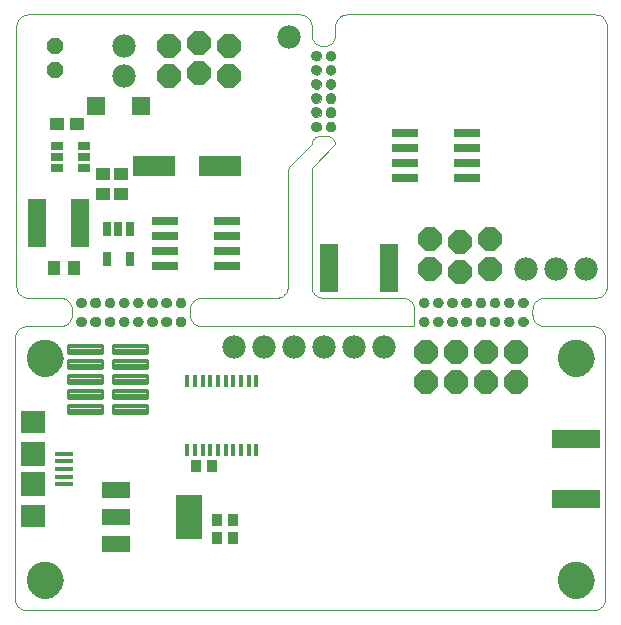
<source format=gts>
G75*
%MOIN*%
%OFA0B0*%
%FSLAX24Y24*%
%IPPOS*%
%LPD*%
%AMOC8*
5,1,8,0,0,1.08239X$1,22.5*
%
%ADD10C,0.0000*%
%ADD11C,0.0355*%
%ADD12C,0.1221*%
%ADD13R,0.0910X0.0280*%
%ADD14R,0.0394X0.0276*%
%ADD15R,0.0257X0.0512*%
%ADD16R,0.0631X0.1615*%
%ADD17OC8,0.0780*%
%ADD18R,0.0473X0.0434*%
%ADD19OC8,0.0555*%
%ADD20C,0.0780*%
%ADD21R,0.0591X0.0591*%
%ADD22R,0.1418X0.0670*%
%ADD23R,0.0434X0.0473*%
%ADD24R,0.0640X0.1640*%
%ADD25R,0.0160X0.0430*%
%ADD26R,0.0591X0.0178*%
%ADD27R,0.0788X0.0749*%
%ADD28R,0.0788X0.0788*%
%ADD29R,0.0920X0.0520*%
%ADD30R,0.0906X0.1457*%
%ADD31R,0.1640X0.0640*%
%ADD32C,0.0116*%
%ADD33R,0.0335X0.0394*%
D10*
X003717Y001725D02*
X003717Y010398D01*
X003719Y010437D01*
X003725Y010475D01*
X003734Y010512D01*
X003747Y010549D01*
X003764Y010584D01*
X003783Y010617D01*
X003806Y010648D01*
X003832Y010677D01*
X003861Y010703D01*
X003892Y010726D01*
X003925Y010745D01*
X003960Y010762D01*
X003997Y010775D01*
X004034Y010784D01*
X004072Y010790D01*
X004111Y010792D01*
X005225Y010792D01*
X005225Y010791D02*
X005264Y010793D01*
X005302Y010799D01*
X005339Y010808D01*
X005376Y010821D01*
X005411Y010838D01*
X005444Y010857D01*
X005475Y010880D01*
X005504Y010906D01*
X005530Y010935D01*
X005553Y010966D01*
X005572Y010999D01*
X005589Y011034D01*
X005602Y011071D01*
X005611Y011108D01*
X005617Y011146D01*
X005619Y011185D01*
X005618Y011185D02*
X005618Y011264D01*
X005619Y011342D01*
X005776Y011579D02*
X005778Y011604D01*
X005784Y011628D01*
X005793Y011650D01*
X005806Y011671D01*
X005822Y011690D01*
X005841Y011706D01*
X005862Y011719D01*
X005884Y011728D01*
X005908Y011734D01*
X005933Y011736D01*
X005958Y011734D01*
X005982Y011728D01*
X006004Y011719D01*
X006025Y011706D01*
X006044Y011690D01*
X006060Y011671D01*
X006073Y011650D01*
X006082Y011628D01*
X006088Y011604D01*
X006090Y011579D01*
X006088Y011554D01*
X006082Y011530D01*
X006073Y011508D01*
X006060Y011487D01*
X006044Y011468D01*
X006025Y011452D01*
X006004Y011439D01*
X005982Y011430D01*
X005958Y011424D01*
X005933Y011422D01*
X005908Y011424D01*
X005884Y011430D01*
X005862Y011439D01*
X005841Y011452D01*
X005822Y011468D01*
X005806Y011487D01*
X005793Y011508D01*
X005784Y011530D01*
X005778Y011554D01*
X005776Y011579D01*
X005225Y011736D02*
X004161Y011736D01*
X004122Y011738D01*
X004084Y011744D01*
X004047Y011753D01*
X004010Y011766D01*
X003975Y011783D01*
X003942Y011802D01*
X003911Y011825D01*
X003882Y011851D01*
X003856Y011880D01*
X003833Y011911D01*
X003814Y011944D01*
X003797Y011979D01*
X003784Y012016D01*
X003775Y012053D01*
X003769Y012091D01*
X003767Y012130D01*
X003767Y020791D01*
X003769Y020830D01*
X003775Y020868D01*
X003784Y020905D01*
X003797Y020942D01*
X003814Y020977D01*
X003833Y021010D01*
X003856Y021041D01*
X003882Y021070D01*
X003911Y021096D01*
X003942Y021119D01*
X003975Y021138D01*
X004010Y021155D01*
X004047Y021168D01*
X004084Y021177D01*
X004122Y021183D01*
X004161Y021185D01*
X013216Y021185D01*
X013254Y021183D01*
X013293Y021177D01*
X013330Y021168D01*
X013366Y021155D01*
X013401Y021139D01*
X013435Y021119D01*
X013466Y021096D01*
X013494Y021070D01*
X013520Y021041D01*
X013543Y021010D01*
X013563Y020977D01*
X013580Y020942D01*
X013593Y020906D01*
X013602Y020869D01*
X013608Y020831D01*
X013610Y020792D01*
X013609Y020792D02*
X013610Y020515D01*
X013609Y020515D02*
X013611Y020476D01*
X013617Y020438D01*
X013626Y020401D01*
X013639Y020364D01*
X013656Y020330D01*
X013676Y020297D01*
X013699Y020266D01*
X013725Y020237D01*
X013753Y020211D01*
X013784Y020188D01*
X013818Y020168D01*
X013852Y020152D01*
X013889Y020139D01*
X013926Y020130D01*
X013964Y020124D01*
X014003Y020122D01*
X014004Y020122D01*
X013611Y019807D02*
X013613Y019832D01*
X013619Y019856D01*
X013628Y019878D01*
X013641Y019899D01*
X013657Y019918D01*
X013676Y019934D01*
X013697Y019947D01*
X013719Y019956D01*
X013743Y019962D01*
X013768Y019964D01*
X013793Y019962D01*
X013817Y019956D01*
X013839Y019947D01*
X013860Y019934D01*
X013879Y019918D01*
X013895Y019899D01*
X013908Y019878D01*
X013917Y019856D01*
X013923Y019832D01*
X013925Y019807D01*
X013923Y019782D01*
X013917Y019758D01*
X013908Y019736D01*
X013895Y019715D01*
X013879Y019696D01*
X013860Y019680D01*
X013839Y019667D01*
X013817Y019658D01*
X013793Y019652D01*
X013768Y019650D01*
X013743Y019652D01*
X013719Y019658D01*
X013697Y019667D01*
X013676Y019680D01*
X013657Y019696D01*
X013641Y019715D01*
X013628Y019736D01*
X013619Y019758D01*
X013613Y019782D01*
X013611Y019807D01*
X013611Y019335D02*
X013613Y019360D01*
X013619Y019384D01*
X013628Y019406D01*
X013641Y019427D01*
X013657Y019446D01*
X013676Y019462D01*
X013697Y019475D01*
X013719Y019484D01*
X013743Y019490D01*
X013768Y019492D01*
X013793Y019490D01*
X013817Y019484D01*
X013839Y019475D01*
X013860Y019462D01*
X013879Y019446D01*
X013895Y019427D01*
X013908Y019406D01*
X013917Y019384D01*
X013923Y019360D01*
X013925Y019335D01*
X013923Y019310D01*
X013917Y019286D01*
X013908Y019264D01*
X013895Y019243D01*
X013879Y019224D01*
X013860Y019208D01*
X013839Y019195D01*
X013817Y019186D01*
X013793Y019180D01*
X013768Y019178D01*
X013743Y019180D01*
X013719Y019186D01*
X013697Y019195D01*
X013676Y019208D01*
X013657Y019224D01*
X013641Y019243D01*
X013628Y019264D01*
X013619Y019286D01*
X013613Y019310D01*
X013611Y019335D01*
X013611Y018863D02*
X013613Y018888D01*
X013619Y018912D01*
X013628Y018934D01*
X013641Y018955D01*
X013657Y018974D01*
X013676Y018990D01*
X013697Y019003D01*
X013719Y019012D01*
X013743Y019018D01*
X013768Y019020D01*
X013793Y019018D01*
X013817Y019012D01*
X013839Y019003D01*
X013860Y018990D01*
X013879Y018974D01*
X013895Y018955D01*
X013908Y018934D01*
X013917Y018912D01*
X013923Y018888D01*
X013925Y018863D01*
X013923Y018838D01*
X013917Y018814D01*
X013908Y018792D01*
X013895Y018771D01*
X013879Y018752D01*
X013860Y018736D01*
X013839Y018723D01*
X013817Y018714D01*
X013793Y018708D01*
X013768Y018706D01*
X013743Y018708D01*
X013719Y018714D01*
X013697Y018723D01*
X013676Y018736D01*
X013657Y018752D01*
X013641Y018771D01*
X013628Y018792D01*
X013619Y018814D01*
X013613Y018838D01*
X013611Y018863D01*
X014084Y018863D02*
X014086Y018888D01*
X014092Y018912D01*
X014101Y018934D01*
X014114Y018955D01*
X014130Y018974D01*
X014149Y018990D01*
X014170Y019003D01*
X014192Y019012D01*
X014216Y019018D01*
X014241Y019020D01*
X014266Y019018D01*
X014290Y019012D01*
X014312Y019003D01*
X014333Y018990D01*
X014352Y018974D01*
X014368Y018955D01*
X014381Y018934D01*
X014390Y018912D01*
X014396Y018888D01*
X014398Y018863D01*
X014396Y018838D01*
X014390Y018814D01*
X014381Y018792D01*
X014368Y018771D01*
X014352Y018752D01*
X014333Y018736D01*
X014312Y018723D01*
X014290Y018714D01*
X014266Y018708D01*
X014241Y018706D01*
X014216Y018708D01*
X014192Y018714D01*
X014170Y018723D01*
X014149Y018736D01*
X014130Y018752D01*
X014114Y018771D01*
X014101Y018792D01*
X014092Y018814D01*
X014086Y018838D01*
X014084Y018863D01*
X014084Y019335D02*
X014086Y019360D01*
X014092Y019384D01*
X014101Y019406D01*
X014114Y019427D01*
X014130Y019446D01*
X014149Y019462D01*
X014170Y019475D01*
X014192Y019484D01*
X014216Y019490D01*
X014241Y019492D01*
X014266Y019490D01*
X014290Y019484D01*
X014312Y019475D01*
X014333Y019462D01*
X014352Y019446D01*
X014368Y019427D01*
X014381Y019406D01*
X014390Y019384D01*
X014396Y019360D01*
X014398Y019335D01*
X014396Y019310D01*
X014390Y019286D01*
X014381Y019264D01*
X014368Y019243D01*
X014352Y019224D01*
X014333Y019208D01*
X014312Y019195D01*
X014290Y019186D01*
X014266Y019180D01*
X014241Y019178D01*
X014216Y019180D01*
X014192Y019186D01*
X014170Y019195D01*
X014149Y019208D01*
X014130Y019224D01*
X014114Y019243D01*
X014101Y019264D01*
X014092Y019286D01*
X014086Y019310D01*
X014084Y019335D01*
X014084Y019807D02*
X014086Y019832D01*
X014092Y019856D01*
X014101Y019878D01*
X014114Y019899D01*
X014130Y019918D01*
X014149Y019934D01*
X014170Y019947D01*
X014192Y019956D01*
X014216Y019962D01*
X014241Y019964D01*
X014266Y019962D01*
X014290Y019956D01*
X014312Y019947D01*
X014333Y019934D01*
X014352Y019918D01*
X014368Y019899D01*
X014381Y019878D01*
X014390Y019856D01*
X014396Y019832D01*
X014398Y019807D01*
X014396Y019782D01*
X014390Y019758D01*
X014381Y019736D01*
X014368Y019715D01*
X014352Y019696D01*
X014333Y019680D01*
X014312Y019667D01*
X014290Y019658D01*
X014266Y019652D01*
X014241Y019650D01*
X014216Y019652D01*
X014192Y019658D01*
X014170Y019667D01*
X014149Y019680D01*
X014130Y019696D01*
X014114Y019715D01*
X014101Y019736D01*
X014092Y019758D01*
X014086Y019782D01*
X014084Y019807D01*
X014004Y020122D02*
X014043Y020124D01*
X014081Y020130D01*
X014118Y020139D01*
X014155Y020152D01*
X014190Y020169D01*
X014223Y020188D01*
X014254Y020211D01*
X014283Y020237D01*
X014309Y020266D01*
X014332Y020297D01*
X014351Y020330D01*
X014368Y020365D01*
X014381Y020402D01*
X014390Y020439D01*
X014396Y020477D01*
X014398Y020516D01*
X014398Y020792D01*
X014400Y020831D01*
X014406Y020869D01*
X014415Y020906D01*
X014428Y020943D01*
X014445Y020978D01*
X014464Y021011D01*
X014487Y021042D01*
X014513Y021071D01*
X014542Y021097D01*
X014573Y021120D01*
X014606Y021139D01*
X014641Y021156D01*
X014678Y021169D01*
X014715Y021178D01*
X014753Y021184D01*
X014792Y021186D01*
X014792Y021185D02*
X023059Y021185D01*
X023059Y021186D02*
X023098Y021184D01*
X023136Y021178D01*
X023173Y021169D01*
X023210Y021156D01*
X023245Y021139D01*
X023278Y021120D01*
X023309Y021097D01*
X023338Y021071D01*
X023364Y021042D01*
X023387Y021011D01*
X023406Y020978D01*
X023423Y020943D01*
X023436Y020906D01*
X023445Y020869D01*
X023451Y020831D01*
X023453Y020792D01*
X023453Y012130D01*
X023451Y012091D01*
X023445Y012053D01*
X023436Y012016D01*
X023423Y011979D01*
X023406Y011944D01*
X023387Y011911D01*
X023364Y011880D01*
X023338Y011851D01*
X023309Y011825D01*
X023278Y011802D01*
X023245Y011783D01*
X023210Y011766D01*
X023173Y011753D01*
X023136Y011744D01*
X023098Y011738D01*
X023059Y011736D01*
X023059Y011737D02*
X021367Y011737D01*
X021328Y011735D01*
X021290Y011729D01*
X021253Y011720D01*
X021216Y011707D01*
X021181Y011690D01*
X021148Y011671D01*
X021117Y011648D01*
X021088Y011622D01*
X021062Y011593D01*
X021039Y011562D01*
X021020Y011529D01*
X021003Y011494D01*
X020990Y011457D01*
X020981Y011420D01*
X020975Y011382D01*
X020973Y011343D01*
X020973Y011304D01*
X020973Y011185D01*
X020501Y010949D02*
X020503Y010974D01*
X020509Y010998D01*
X020518Y011020D01*
X020531Y011041D01*
X020547Y011060D01*
X020566Y011076D01*
X020587Y011089D01*
X020609Y011098D01*
X020633Y011104D01*
X020658Y011106D01*
X020683Y011104D01*
X020707Y011098D01*
X020729Y011089D01*
X020750Y011076D01*
X020769Y011060D01*
X020785Y011041D01*
X020798Y011020D01*
X020807Y010998D01*
X020813Y010974D01*
X020815Y010949D01*
X020813Y010924D01*
X020807Y010900D01*
X020798Y010878D01*
X020785Y010857D01*
X020769Y010838D01*
X020750Y010822D01*
X020729Y010809D01*
X020707Y010800D01*
X020683Y010794D01*
X020658Y010792D01*
X020633Y010794D01*
X020609Y010800D01*
X020587Y010809D01*
X020566Y010822D01*
X020547Y010838D01*
X020531Y010857D01*
X020518Y010878D01*
X020509Y010900D01*
X020503Y010924D01*
X020501Y010949D01*
X020028Y010949D02*
X020030Y010974D01*
X020036Y010998D01*
X020045Y011020D01*
X020058Y011041D01*
X020074Y011060D01*
X020093Y011076D01*
X020114Y011089D01*
X020136Y011098D01*
X020160Y011104D01*
X020185Y011106D01*
X020210Y011104D01*
X020234Y011098D01*
X020256Y011089D01*
X020277Y011076D01*
X020296Y011060D01*
X020312Y011041D01*
X020325Y011020D01*
X020334Y010998D01*
X020340Y010974D01*
X020342Y010949D01*
X020340Y010924D01*
X020334Y010900D01*
X020325Y010878D01*
X020312Y010857D01*
X020296Y010838D01*
X020277Y010822D01*
X020256Y010809D01*
X020234Y010800D01*
X020210Y010794D01*
X020185Y010792D01*
X020160Y010794D01*
X020136Y010800D01*
X020114Y010809D01*
X020093Y010822D01*
X020074Y010838D01*
X020058Y010857D01*
X020045Y010878D01*
X020036Y010900D01*
X020030Y010924D01*
X020028Y010949D01*
X019556Y010949D02*
X019558Y010974D01*
X019564Y010998D01*
X019573Y011020D01*
X019586Y011041D01*
X019602Y011060D01*
X019621Y011076D01*
X019642Y011089D01*
X019664Y011098D01*
X019688Y011104D01*
X019713Y011106D01*
X019738Y011104D01*
X019762Y011098D01*
X019784Y011089D01*
X019805Y011076D01*
X019824Y011060D01*
X019840Y011041D01*
X019853Y011020D01*
X019862Y010998D01*
X019868Y010974D01*
X019870Y010949D01*
X019868Y010924D01*
X019862Y010900D01*
X019853Y010878D01*
X019840Y010857D01*
X019824Y010838D01*
X019805Y010822D01*
X019784Y010809D01*
X019762Y010800D01*
X019738Y010794D01*
X019713Y010792D01*
X019688Y010794D01*
X019664Y010800D01*
X019642Y010809D01*
X019621Y010822D01*
X019602Y010838D01*
X019586Y010857D01*
X019573Y010878D01*
X019564Y010900D01*
X019558Y010924D01*
X019556Y010949D01*
X019084Y010949D02*
X019086Y010974D01*
X019092Y010998D01*
X019101Y011020D01*
X019114Y011041D01*
X019130Y011060D01*
X019149Y011076D01*
X019170Y011089D01*
X019192Y011098D01*
X019216Y011104D01*
X019241Y011106D01*
X019266Y011104D01*
X019290Y011098D01*
X019312Y011089D01*
X019333Y011076D01*
X019352Y011060D01*
X019368Y011041D01*
X019381Y011020D01*
X019390Y010998D01*
X019396Y010974D01*
X019398Y010949D01*
X019396Y010924D01*
X019390Y010900D01*
X019381Y010878D01*
X019368Y010857D01*
X019352Y010838D01*
X019333Y010822D01*
X019312Y010809D01*
X019290Y010800D01*
X019266Y010794D01*
X019241Y010792D01*
X019216Y010794D01*
X019192Y010800D01*
X019170Y010809D01*
X019149Y010822D01*
X019130Y010838D01*
X019114Y010857D01*
X019101Y010878D01*
X019092Y010900D01*
X019086Y010924D01*
X019084Y010949D01*
X018611Y010949D02*
X018613Y010974D01*
X018619Y010998D01*
X018628Y011020D01*
X018641Y011041D01*
X018657Y011060D01*
X018676Y011076D01*
X018697Y011089D01*
X018719Y011098D01*
X018743Y011104D01*
X018768Y011106D01*
X018793Y011104D01*
X018817Y011098D01*
X018839Y011089D01*
X018860Y011076D01*
X018879Y011060D01*
X018895Y011041D01*
X018908Y011020D01*
X018917Y010998D01*
X018923Y010974D01*
X018925Y010949D01*
X018923Y010924D01*
X018917Y010900D01*
X018908Y010878D01*
X018895Y010857D01*
X018879Y010838D01*
X018860Y010822D01*
X018839Y010809D01*
X018817Y010800D01*
X018793Y010794D01*
X018768Y010792D01*
X018743Y010794D01*
X018719Y010800D01*
X018697Y010809D01*
X018676Y010822D01*
X018657Y010838D01*
X018641Y010857D01*
X018628Y010878D01*
X018619Y010900D01*
X018613Y010924D01*
X018611Y010949D01*
X018139Y010949D02*
X018141Y010974D01*
X018147Y010998D01*
X018156Y011020D01*
X018169Y011041D01*
X018185Y011060D01*
X018204Y011076D01*
X018225Y011089D01*
X018247Y011098D01*
X018271Y011104D01*
X018296Y011106D01*
X018321Y011104D01*
X018345Y011098D01*
X018367Y011089D01*
X018388Y011076D01*
X018407Y011060D01*
X018423Y011041D01*
X018436Y011020D01*
X018445Y010998D01*
X018451Y010974D01*
X018453Y010949D01*
X018451Y010924D01*
X018445Y010900D01*
X018436Y010878D01*
X018423Y010857D01*
X018407Y010838D01*
X018388Y010822D01*
X018367Y010809D01*
X018345Y010800D01*
X018321Y010794D01*
X018296Y010792D01*
X018271Y010794D01*
X018247Y010800D01*
X018225Y010809D01*
X018204Y010822D01*
X018185Y010838D01*
X018169Y010857D01*
X018156Y010878D01*
X018147Y010900D01*
X018141Y010924D01*
X018139Y010949D01*
X017666Y010949D02*
X017668Y010974D01*
X017674Y010998D01*
X017683Y011020D01*
X017696Y011041D01*
X017712Y011060D01*
X017731Y011076D01*
X017752Y011089D01*
X017774Y011098D01*
X017798Y011104D01*
X017823Y011106D01*
X017848Y011104D01*
X017872Y011098D01*
X017894Y011089D01*
X017915Y011076D01*
X017934Y011060D01*
X017950Y011041D01*
X017963Y011020D01*
X017972Y010998D01*
X017978Y010974D01*
X017980Y010949D01*
X017978Y010924D01*
X017972Y010900D01*
X017963Y010878D01*
X017950Y010857D01*
X017934Y010838D01*
X017915Y010822D01*
X017894Y010809D01*
X017872Y010800D01*
X017848Y010794D01*
X017823Y010792D01*
X017798Y010794D01*
X017774Y010800D01*
X017752Y010809D01*
X017731Y010822D01*
X017712Y010838D01*
X017696Y010857D01*
X017683Y010878D01*
X017674Y010900D01*
X017668Y010924D01*
X017666Y010949D01*
X017194Y010949D02*
X017196Y010974D01*
X017202Y010998D01*
X017211Y011020D01*
X017224Y011041D01*
X017240Y011060D01*
X017259Y011076D01*
X017280Y011089D01*
X017302Y011098D01*
X017326Y011104D01*
X017351Y011106D01*
X017376Y011104D01*
X017400Y011098D01*
X017422Y011089D01*
X017443Y011076D01*
X017462Y011060D01*
X017478Y011041D01*
X017491Y011020D01*
X017500Y010998D01*
X017506Y010974D01*
X017508Y010949D01*
X017506Y010924D01*
X017500Y010900D01*
X017491Y010878D01*
X017478Y010857D01*
X017462Y010838D01*
X017443Y010822D01*
X017422Y010809D01*
X017400Y010800D01*
X017376Y010794D01*
X017351Y010792D01*
X017326Y010794D01*
X017302Y010800D01*
X017280Y010809D01*
X017259Y010822D01*
X017240Y010838D01*
X017224Y010857D01*
X017211Y010878D01*
X017202Y010900D01*
X017196Y010924D01*
X017194Y010949D01*
X017036Y010792D02*
X009949Y010792D01*
X009949Y010791D02*
X009910Y010793D01*
X009872Y010799D01*
X009835Y010808D01*
X009798Y010821D01*
X009763Y010838D01*
X009730Y010857D01*
X009699Y010880D01*
X009670Y010906D01*
X009644Y010935D01*
X009621Y010966D01*
X009602Y010999D01*
X009585Y011034D01*
X009572Y011071D01*
X009563Y011108D01*
X009557Y011146D01*
X009555Y011185D01*
X009555Y011225D01*
X009555Y011343D01*
X009084Y011579D02*
X009086Y011604D01*
X009092Y011628D01*
X009101Y011650D01*
X009114Y011671D01*
X009130Y011690D01*
X009149Y011706D01*
X009170Y011719D01*
X009192Y011728D01*
X009216Y011734D01*
X009241Y011736D01*
X009266Y011734D01*
X009290Y011728D01*
X009312Y011719D01*
X009333Y011706D01*
X009352Y011690D01*
X009368Y011671D01*
X009381Y011650D01*
X009390Y011628D01*
X009396Y011604D01*
X009398Y011579D01*
X009396Y011554D01*
X009390Y011530D01*
X009381Y011508D01*
X009368Y011487D01*
X009352Y011468D01*
X009333Y011452D01*
X009312Y011439D01*
X009290Y011430D01*
X009266Y011424D01*
X009241Y011422D01*
X009216Y011424D01*
X009192Y011430D01*
X009170Y011439D01*
X009149Y011452D01*
X009130Y011468D01*
X009114Y011487D01*
X009101Y011508D01*
X009092Y011530D01*
X009086Y011554D01*
X009084Y011579D01*
X008611Y011579D02*
X008613Y011604D01*
X008619Y011628D01*
X008628Y011650D01*
X008641Y011671D01*
X008657Y011690D01*
X008676Y011706D01*
X008697Y011719D01*
X008719Y011728D01*
X008743Y011734D01*
X008768Y011736D01*
X008793Y011734D01*
X008817Y011728D01*
X008839Y011719D01*
X008860Y011706D01*
X008879Y011690D01*
X008895Y011671D01*
X008908Y011650D01*
X008917Y011628D01*
X008923Y011604D01*
X008925Y011579D01*
X008923Y011554D01*
X008917Y011530D01*
X008908Y011508D01*
X008895Y011487D01*
X008879Y011468D01*
X008860Y011452D01*
X008839Y011439D01*
X008817Y011430D01*
X008793Y011424D01*
X008768Y011422D01*
X008743Y011424D01*
X008719Y011430D01*
X008697Y011439D01*
X008676Y011452D01*
X008657Y011468D01*
X008641Y011487D01*
X008628Y011508D01*
X008619Y011530D01*
X008613Y011554D01*
X008611Y011579D01*
X008139Y011579D02*
X008141Y011604D01*
X008147Y011628D01*
X008156Y011650D01*
X008169Y011671D01*
X008185Y011690D01*
X008204Y011706D01*
X008225Y011719D01*
X008247Y011728D01*
X008271Y011734D01*
X008296Y011736D01*
X008321Y011734D01*
X008345Y011728D01*
X008367Y011719D01*
X008388Y011706D01*
X008407Y011690D01*
X008423Y011671D01*
X008436Y011650D01*
X008445Y011628D01*
X008451Y011604D01*
X008453Y011579D01*
X008451Y011554D01*
X008445Y011530D01*
X008436Y011508D01*
X008423Y011487D01*
X008407Y011468D01*
X008388Y011452D01*
X008367Y011439D01*
X008345Y011430D01*
X008321Y011424D01*
X008296Y011422D01*
X008271Y011424D01*
X008247Y011430D01*
X008225Y011439D01*
X008204Y011452D01*
X008185Y011468D01*
X008169Y011487D01*
X008156Y011508D01*
X008147Y011530D01*
X008141Y011554D01*
X008139Y011579D01*
X007666Y011579D02*
X007668Y011604D01*
X007674Y011628D01*
X007683Y011650D01*
X007696Y011671D01*
X007712Y011690D01*
X007731Y011706D01*
X007752Y011719D01*
X007774Y011728D01*
X007798Y011734D01*
X007823Y011736D01*
X007848Y011734D01*
X007872Y011728D01*
X007894Y011719D01*
X007915Y011706D01*
X007934Y011690D01*
X007950Y011671D01*
X007963Y011650D01*
X007972Y011628D01*
X007978Y011604D01*
X007980Y011579D01*
X007978Y011554D01*
X007972Y011530D01*
X007963Y011508D01*
X007950Y011487D01*
X007934Y011468D01*
X007915Y011452D01*
X007894Y011439D01*
X007872Y011430D01*
X007848Y011424D01*
X007823Y011422D01*
X007798Y011424D01*
X007774Y011430D01*
X007752Y011439D01*
X007731Y011452D01*
X007712Y011468D01*
X007696Y011487D01*
X007683Y011508D01*
X007674Y011530D01*
X007668Y011554D01*
X007666Y011579D01*
X007194Y011579D02*
X007196Y011604D01*
X007202Y011628D01*
X007211Y011650D01*
X007224Y011671D01*
X007240Y011690D01*
X007259Y011706D01*
X007280Y011719D01*
X007302Y011728D01*
X007326Y011734D01*
X007351Y011736D01*
X007376Y011734D01*
X007400Y011728D01*
X007422Y011719D01*
X007443Y011706D01*
X007462Y011690D01*
X007478Y011671D01*
X007491Y011650D01*
X007500Y011628D01*
X007506Y011604D01*
X007508Y011579D01*
X007506Y011554D01*
X007500Y011530D01*
X007491Y011508D01*
X007478Y011487D01*
X007462Y011468D01*
X007443Y011452D01*
X007422Y011439D01*
X007400Y011430D01*
X007376Y011424D01*
X007351Y011422D01*
X007326Y011424D01*
X007302Y011430D01*
X007280Y011439D01*
X007259Y011452D01*
X007240Y011468D01*
X007224Y011487D01*
X007211Y011508D01*
X007202Y011530D01*
X007196Y011554D01*
X007194Y011579D01*
X006721Y011579D02*
X006723Y011604D01*
X006729Y011628D01*
X006738Y011650D01*
X006751Y011671D01*
X006767Y011690D01*
X006786Y011706D01*
X006807Y011719D01*
X006829Y011728D01*
X006853Y011734D01*
X006878Y011736D01*
X006903Y011734D01*
X006927Y011728D01*
X006949Y011719D01*
X006970Y011706D01*
X006989Y011690D01*
X007005Y011671D01*
X007018Y011650D01*
X007027Y011628D01*
X007033Y011604D01*
X007035Y011579D01*
X007033Y011554D01*
X007027Y011530D01*
X007018Y011508D01*
X007005Y011487D01*
X006989Y011468D01*
X006970Y011452D01*
X006949Y011439D01*
X006927Y011430D01*
X006903Y011424D01*
X006878Y011422D01*
X006853Y011424D01*
X006829Y011430D01*
X006807Y011439D01*
X006786Y011452D01*
X006767Y011468D01*
X006751Y011487D01*
X006738Y011508D01*
X006729Y011530D01*
X006723Y011554D01*
X006721Y011579D01*
X006249Y011579D02*
X006251Y011604D01*
X006257Y011628D01*
X006266Y011650D01*
X006279Y011671D01*
X006295Y011690D01*
X006314Y011706D01*
X006335Y011719D01*
X006357Y011728D01*
X006381Y011734D01*
X006406Y011736D01*
X006431Y011734D01*
X006455Y011728D01*
X006477Y011719D01*
X006498Y011706D01*
X006517Y011690D01*
X006533Y011671D01*
X006546Y011650D01*
X006555Y011628D01*
X006561Y011604D01*
X006563Y011579D01*
X006561Y011554D01*
X006555Y011530D01*
X006546Y011508D01*
X006533Y011487D01*
X006517Y011468D01*
X006498Y011452D01*
X006477Y011439D01*
X006455Y011430D01*
X006431Y011424D01*
X006406Y011422D01*
X006381Y011424D01*
X006357Y011430D01*
X006335Y011439D01*
X006314Y011452D01*
X006295Y011468D01*
X006279Y011487D01*
X006266Y011508D01*
X006257Y011530D01*
X006251Y011554D01*
X006249Y011579D01*
X006249Y010949D02*
X006251Y010974D01*
X006257Y010998D01*
X006266Y011020D01*
X006279Y011041D01*
X006295Y011060D01*
X006314Y011076D01*
X006335Y011089D01*
X006357Y011098D01*
X006381Y011104D01*
X006406Y011106D01*
X006431Y011104D01*
X006455Y011098D01*
X006477Y011089D01*
X006498Y011076D01*
X006517Y011060D01*
X006533Y011041D01*
X006546Y011020D01*
X006555Y010998D01*
X006561Y010974D01*
X006563Y010949D01*
X006561Y010924D01*
X006555Y010900D01*
X006546Y010878D01*
X006533Y010857D01*
X006517Y010838D01*
X006498Y010822D01*
X006477Y010809D01*
X006455Y010800D01*
X006431Y010794D01*
X006406Y010792D01*
X006381Y010794D01*
X006357Y010800D01*
X006335Y010809D01*
X006314Y010822D01*
X006295Y010838D01*
X006279Y010857D01*
X006266Y010878D01*
X006257Y010900D01*
X006251Y010924D01*
X006249Y010949D01*
X005776Y010949D02*
X005778Y010974D01*
X005784Y010998D01*
X005793Y011020D01*
X005806Y011041D01*
X005822Y011060D01*
X005841Y011076D01*
X005862Y011089D01*
X005884Y011098D01*
X005908Y011104D01*
X005933Y011106D01*
X005958Y011104D01*
X005982Y011098D01*
X006004Y011089D01*
X006025Y011076D01*
X006044Y011060D01*
X006060Y011041D01*
X006073Y011020D01*
X006082Y010998D01*
X006088Y010974D01*
X006090Y010949D01*
X006088Y010924D01*
X006082Y010900D01*
X006073Y010878D01*
X006060Y010857D01*
X006044Y010838D01*
X006025Y010822D01*
X006004Y010809D01*
X005982Y010800D01*
X005958Y010794D01*
X005933Y010792D01*
X005908Y010794D01*
X005884Y010800D01*
X005862Y010809D01*
X005841Y010822D01*
X005822Y010838D01*
X005806Y010857D01*
X005793Y010878D01*
X005784Y010900D01*
X005778Y010924D01*
X005776Y010949D01*
X005619Y011343D02*
X005617Y011381D01*
X005611Y011420D01*
X005602Y011457D01*
X005589Y011494D01*
X005573Y011529D01*
X005553Y011562D01*
X005530Y011593D01*
X005504Y011622D01*
X005475Y011648D01*
X005444Y011671D01*
X005411Y011690D01*
X005376Y011707D01*
X005339Y011720D01*
X005302Y011729D01*
X005264Y011735D01*
X005225Y011737D01*
X006721Y010949D02*
X006723Y010974D01*
X006729Y010998D01*
X006738Y011020D01*
X006751Y011041D01*
X006767Y011060D01*
X006786Y011076D01*
X006807Y011089D01*
X006829Y011098D01*
X006853Y011104D01*
X006878Y011106D01*
X006903Y011104D01*
X006927Y011098D01*
X006949Y011089D01*
X006970Y011076D01*
X006989Y011060D01*
X007005Y011041D01*
X007018Y011020D01*
X007027Y010998D01*
X007033Y010974D01*
X007035Y010949D01*
X007033Y010924D01*
X007027Y010900D01*
X007018Y010878D01*
X007005Y010857D01*
X006989Y010838D01*
X006970Y010822D01*
X006949Y010809D01*
X006927Y010800D01*
X006903Y010794D01*
X006878Y010792D01*
X006853Y010794D01*
X006829Y010800D01*
X006807Y010809D01*
X006786Y010822D01*
X006767Y010838D01*
X006751Y010857D01*
X006738Y010878D01*
X006729Y010900D01*
X006723Y010924D01*
X006721Y010949D01*
X007194Y010949D02*
X007196Y010974D01*
X007202Y010998D01*
X007211Y011020D01*
X007224Y011041D01*
X007240Y011060D01*
X007259Y011076D01*
X007280Y011089D01*
X007302Y011098D01*
X007326Y011104D01*
X007351Y011106D01*
X007376Y011104D01*
X007400Y011098D01*
X007422Y011089D01*
X007443Y011076D01*
X007462Y011060D01*
X007478Y011041D01*
X007491Y011020D01*
X007500Y010998D01*
X007506Y010974D01*
X007508Y010949D01*
X007506Y010924D01*
X007500Y010900D01*
X007491Y010878D01*
X007478Y010857D01*
X007462Y010838D01*
X007443Y010822D01*
X007422Y010809D01*
X007400Y010800D01*
X007376Y010794D01*
X007351Y010792D01*
X007326Y010794D01*
X007302Y010800D01*
X007280Y010809D01*
X007259Y010822D01*
X007240Y010838D01*
X007224Y010857D01*
X007211Y010878D01*
X007202Y010900D01*
X007196Y010924D01*
X007194Y010949D01*
X007666Y010949D02*
X007668Y010974D01*
X007674Y010998D01*
X007683Y011020D01*
X007696Y011041D01*
X007712Y011060D01*
X007731Y011076D01*
X007752Y011089D01*
X007774Y011098D01*
X007798Y011104D01*
X007823Y011106D01*
X007848Y011104D01*
X007872Y011098D01*
X007894Y011089D01*
X007915Y011076D01*
X007934Y011060D01*
X007950Y011041D01*
X007963Y011020D01*
X007972Y010998D01*
X007978Y010974D01*
X007980Y010949D01*
X007978Y010924D01*
X007972Y010900D01*
X007963Y010878D01*
X007950Y010857D01*
X007934Y010838D01*
X007915Y010822D01*
X007894Y010809D01*
X007872Y010800D01*
X007848Y010794D01*
X007823Y010792D01*
X007798Y010794D01*
X007774Y010800D01*
X007752Y010809D01*
X007731Y010822D01*
X007712Y010838D01*
X007696Y010857D01*
X007683Y010878D01*
X007674Y010900D01*
X007668Y010924D01*
X007666Y010949D01*
X008139Y010949D02*
X008141Y010974D01*
X008147Y010998D01*
X008156Y011020D01*
X008169Y011041D01*
X008185Y011060D01*
X008204Y011076D01*
X008225Y011089D01*
X008247Y011098D01*
X008271Y011104D01*
X008296Y011106D01*
X008321Y011104D01*
X008345Y011098D01*
X008367Y011089D01*
X008388Y011076D01*
X008407Y011060D01*
X008423Y011041D01*
X008436Y011020D01*
X008445Y010998D01*
X008451Y010974D01*
X008453Y010949D01*
X008451Y010924D01*
X008445Y010900D01*
X008436Y010878D01*
X008423Y010857D01*
X008407Y010838D01*
X008388Y010822D01*
X008367Y010809D01*
X008345Y010800D01*
X008321Y010794D01*
X008296Y010792D01*
X008271Y010794D01*
X008247Y010800D01*
X008225Y010809D01*
X008204Y010822D01*
X008185Y010838D01*
X008169Y010857D01*
X008156Y010878D01*
X008147Y010900D01*
X008141Y010924D01*
X008139Y010949D01*
X008611Y010949D02*
X008613Y010974D01*
X008619Y010998D01*
X008628Y011020D01*
X008641Y011041D01*
X008657Y011060D01*
X008676Y011076D01*
X008697Y011089D01*
X008719Y011098D01*
X008743Y011104D01*
X008768Y011106D01*
X008793Y011104D01*
X008817Y011098D01*
X008839Y011089D01*
X008860Y011076D01*
X008879Y011060D01*
X008895Y011041D01*
X008908Y011020D01*
X008917Y010998D01*
X008923Y010974D01*
X008925Y010949D01*
X008923Y010924D01*
X008917Y010900D01*
X008908Y010878D01*
X008895Y010857D01*
X008879Y010838D01*
X008860Y010822D01*
X008839Y010809D01*
X008817Y010800D01*
X008793Y010794D01*
X008768Y010792D01*
X008743Y010794D01*
X008719Y010800D01*
X008697Y010809D01*
X008676Y010822D01*
X008657Y010838D01*
X008641Y010857D01*
X008628Y010878D01*
X008619Y010900D01*
X008613Y010924D01*
X008611Y010949D01*
X009084Y010949D02*
X009086Y010974D01*
X009092Y010998D01*
X009101Y011020D01*
X009114Y011041D01*
X009130Y011060D01*
X009149Y011076D01*
X009170Y011089D01*
X009192Y011098D01*
X009216Y011104D01*
X009241Y011106D01*
X009266Y011104D01*
X009290Y011098D01*
X009312Y011089D01*
X009333Y011076D01*
X009352Y011060D01*
X009368Y011041D01*
X009381Y011020D01*
X009390Y010998D01*
X009396Y010974D01*
X009398Y010949D01*
X009396Y010924D01*
X009390Y010900D01*
X009381Y010878D01*
X009368Y010857D01*
X009352Y010838D01*
X009333Y010822D01*
X009312Y010809D01*
X009290Y010800D01*
X009266Y010794D01*
X009241Y010792D01*
X009216Y010794D01*
X009192Y010800D01*
X009170Y010809D01*
X009149Y010822D01*
X009130Y010838D01*
X009114Y010857D01*
X009101Y010878D01*
X009092Y010900D01*
X009086Y010924D01*
X009084Y010949D01*
X009555Y011343D02*
X009557Y011382D01*
X009563Y011420D01*
X009572Y011457D01*
X009585Y011494D01*
X009602Y011529D01*
X009621Y011562D01*
X009644Y011593D01*
X009670Y011622D01*
X009699Y011648D01*
X009730Y011671D01*
X009763Y011690D01*
X009798Y011707D01*
X009835Y011720D01*
X009872Y011729D01*
X009910Y011735D01*
X009949Y011737D01*
X012428Y011736D01*
X012467Y011738D01*
X012505Y011744D01*
X012542Y011754D01*
X012579Y011767D01*
X012613Y011783D01*
X012647Y011803D01*
X012677Y011826D01*
X012706Y011852D01*
X012732Y011881D01*
X012755Y011911D01*
X012775Y011944D01*
X012791Y011979D01*
X012804Y012016D01*
X012814Y012053D01*
X012820Y012091D01*
X012822Y012129D01*
X012822Y012130D02*
X012822Y015904D01*
X012824Y015943D01*
X012830Y015981D01*
X012839Y016018D01*
X012852Y016055D01*
X012869Y016090D01*
X012888Y016123D01*
X012911Y016154D01*
X012937Y016183D01*
X012937Y016182D02*
X013609Y016854D01*
X013610Y016854D02*
X013612Y016885D01*
X013617Y016916D01*
X013626Y016945D01*
X013638Y016974D01*
X013653Y017001D01*
X013671Y017026D01*
X013692Y017049D01*
X013715Y017070D01*
X013740Y017088D01*
X013767Y017103D01*
X013796Y017115D01*
X013826Y017123D01*
X013856Y017128D01*
X013887Y017130D01*
X014004Y017130D01*
X014122Y017130D01*
X014122Y017131D02*
X014153Y017129D01*
X014183Y017124D01*
X014213Y017116D01*
X014242Y017104D01*
X014269Y017089D01*
X014294Y017071D01*
X014317Y017050D01*
X014338Y017027D01*
X014356Y017002D01*
X014371Y016975D01*
X014383Y016946D01*
X014391Y016916D01*
X014396Y016886D01*
X014398Y016855D01*
X013611Y016067D01*
X013611Y012130D01*
X013610Y012130D02*
X013612Y012091D01*
X013618Y012053D01*
X013627Y012016D01*
X013640Y011979D01*
X013657Y011944D01*
X013676Y011911D01*
X013699Y011880D01*
X013725Y011851D01*
X013754Y011825D01*
X013785Y011802D01*
X013818Y011783D01*
X013853Y011766D01*
X013890Y011753D01*
X013927Y011744D01*
X013965Y011738D01*
X014004Y011736D01*
X014004Y011737D02*
X016642Y011737D01*
X016681Y011735D01*
X016719Y011729D01*
X016756Y011720D01*
X016793Y011707D01*
X016828Y011690D01*
X016861Y011671D01*
X016892Y011648D01*
X016921Y011622D01*
X016947Y011593D01*
X016970Y011562D01*
X016989Y011529D01*
X017006Y011494D01*
X017019Y011457D01*
X017028Y011420D01*
X017034Y011382D01*
X017036Y011343D01*
X017036Y011304D01*
X017036Y011225D01*
X017036Y010792D01*
X017194Y011579D02*
X017196Y011604D01*
X017202Y011628D01*
X017211Y011650D01*
X017224Y011671D01*
X017240Y011690D01*
X017259Y011706D01*
X017280Y011719D01*
X017302Y011728D01*
X017326Y011734D01*
X017351Y011736D01*
X017376Y011734D01*
X017400Y011728D01*
X017422Y011719D01*
X017443Y011706D01*
X017462Y011690D01*
X017478Y011671D01*
X017491Y011650D01*
X017500Y011628D01*
X017506Y011604D01*
X017508Y011579D01*
X017506Y011554D01*
X017500Y011530D01*
X017491Y011508D01*
X017478Y011487D01*
X017462Y011468D01*
X017443Y011452D01*
X017422Y011439D01*
X017400Y011430D01*
X017376Y011424D01*
X017351Y011422D01*
X017326Y011424D01*
X017302Y011430D01*
X017280Y011439D01*
X017259Y011452D01*
X017240Y011468D01*
X017224Y011487D01*
X017211Y011508D01*
X017202Y011530D01*
X017196Y011554D01*
X017194Y011579D01*
X017666Y011579D02*
X017668Y011604D01*
X017674Y011628D01*
X017683Y011650D01*
X017696Y011671D01*
X017712Y011690D01*
X017731Y011706D01*
X017752Y011719D01*
X017774Y011728D01*
X017798Y011734D01*
X017823Y011736D01*
X017848Y011734D01*
X017872Y011728D01*
X017894Y011719D01*
X017915Y011706D01*
X017934Y011690D01*
X017950Y011671D01*
X017963Y011650D01*
X017972Y011628D01*
X017978Y011604D01*
X017980Y011579D01*
X017978Y011554D01*
X017972Y011530D01*
X017963Y011508D01*
X017950Y011487D01*
X017934Y011468D01*
X017915Y011452D01*
X017894Y011439D01*
X017872Y011430D01*
X017848Y011424D01*
X017823Y011422D01*
X017798Y011424D01*
X017774Y011430D01*
X017752Y011439D01*
X017731Y011452D01*
X017712Y011468D01*
X017696Y011487D01*
X017683Y011508D01*
X017674Y011530D01*
X017668Y011554D01*
X017666Y011579D01*
X018139Y011579D02*
X018141Y011604D01*
X018147Y011628D01*
X018156Y011650D01*
X018169Y011671D01*
X018185Y011690D01*
X018204Y011706D01*
X018225Y011719D01*
X018247Y011728D01*
X018271Y011734D01*
X018296Y011736D01*
X018321Y011734D01*
X018345Y011728D01*
X018367Y011719D01*
X018388Y011706D01*
X018407Y011690D01*
X018423Y011671D01*
X018436Y011650D01*
X018445Y011628D01*
X018451Y011604D01*
X018453Y011579D01*
X018451Y011554D01*
X018445Y011530D01*
X018436Y011508D01*
X018423Y011487D01*
X018407Y011468D01*
X018388Y011452D01*
X018367Y011439D01*
X018345Y011430D01*
X018321Y011424D01*
X018296Y011422D01*
X018271Y011424D01*
X018247Y011430D01*
X018225Y011439D01*
X018204Y011452D01*
X018185Y011468D01*
X018169Y011487D01*
X018156Y011508D01*
X018147Y011530D01*
X018141Y011554D01*
X018139Y011579D01*
X018611Y011579D02*
X018613Y011604D01*
X018619Y011628D01*
X018628Y011650D01*
X018641Y011671D01*
X018657Y011690D01*
X018676Y011706D01*
X018697Y011719D01*
X018719Y011728D01*
X018743Y011734D01*
X018768Y011736D01*
X018793Y011734D01*
X018817Y011728D01*
X018839Y011719D01*
X018860Y011706D01*
X018879Y011690D01*
X018895Y011671D01*
X018908Y011650D01*
X018917Y011628D01*
X018923Y011604D01*
X018925Y011579D01*
X018923Y011554D01*
X018917Y011530D01*
X018908Y011508D01*
X018895Y011487D01*
X018879Y011468D01*
X018860Y011452D01*
X018839Y011439D01*
X018817Y011430D01*
X018793Y011424D01*
X018768Y011422D01*
X018743Y011424D01*
X018719Y011430D01*
X018697Y011439D01*
X018676Y011452D01*
X018657Y011468D01*
X018641Y011487D01*
X018628Y011508D01*
X018619Y011530D01*
X018613Y011554D01*
X018611Y011579D01*
X019084Y011579D02*
X019086Y011604D01*
X019092Y011628D01*
X019101Y011650D01*
X019114Y011671D01*
X019130Y011690D01*
X019149Y011706D01*
X019170Y011719D01*
X019192Y011728D01*
X019216Y011734D01*
X019241Y011736D01*
X019266Y011734D01*
X019290Y011728D01*
X019312Y011719D01*
X019333Y011706D01*
X019352Y011690D01*
X019368Y011671D01*
X019381Y011650D01*
X019390Y011628D01*
X019396Y011604D01*
X019398Y011579D01*
X019396Y011554D01*
X019390Y011530D01*
X019381Y011508D01*
X019368Y011487D01*
X019352Y011468D01*
X019333Y011452D01*
X019312Y011439D01*
X019290Y011430D01*
X019266Y011424D01*
X019241Y011422D01*
X019216Y011424D01*
X019192Y011430D01*
X019170Y011439D01*
X019149Y011452D01*
X019130Y011468D01*
X019114Y011487D01*
X019101Y011508D01*
X019092Y011530D01*
X019086Y011554D01*
X019084Y011579D01*
X019556Y011579D02*
X019558Y011604D01*
X019564Y011628D01*
X019573Y011650D01*
X019586Y011671D01*
X019602Y011690D01*
X019621Y011706D01*
X019642Y011719D01*
X019664Y011728D01*
X019688Y011734D01*
X019713Y011736D01*
X019738Y011734D01*
X019762Y011728D01*
X019784Y011719D01*
X019805Y011706D01*
X019824Y011690D01*
X019840Y011671D01*
X019853Y011650D01*
X019862Y011628D01*
X019868Y011604D01*
X019870Y011579D01*
X019868Y011554D01*
X019862Y011530D01*
X019853Y011508D01*
X019840Y011487D01*
X019824Y011468D01*
X019805Y011452D01*
X019784Y011439D01*
X019762Y011430D01*
X019738Y011424D01*
X019713Y011422D01*
X019688Y011424D01*
X019664Y011430D01*
X019642Y011439D01*
X019621Y011452D01*
X019602Y011468D01*
X019586Y011487D01*
X019573Y011508D01*
X019564Y011530D01*
X019558Y011554D01*
X019556Y011579D01*
X020028Y011579D02*
X020030Y011604D01*
X020036Y011628D01*
X020045Y011650D01*
X020058Y011671D01*
X020074Y011690D01*
X020093Y011706D01*
X020114Y011719D01*
X020136Y011728D01*
X020160Y011734D01*
X020185Y011736D01*
X020210Y011734D01*
X020234Y011728D01*
X020256Y011719D01*
X020277Y011706D01*
X020296Y011690D01*
X020312Y011671D01*
X020325Y011650D01*
X020334Y011628D01*
X020340Y011604D01*
X020342Y011579D01*
X020340Y011554D01*
X020334Y011530D01*
X020325Y011508D01*
X020312Y011487D01*
X020296Y011468D01*
X020277Y011452D01*
X020256Y011439D01*
X020234Y011430D01*
X020210Y011424D01*
X020185Y011422D01*
X020160Y011424D01*
X020136Y011430D01*
X020114Y011439D01*
X020093Y011452D01*
X020074Y011468D01*
X020058Y011487D01*
X020045Y011508D01*
X020036Y011530D01*
X020030Y011554D01*
X020028Y011579D01*
X020501Y011579D02*
X020503Y011604D01*
X020509Y011628D01*
X020518Y011650D01*
X020531Y011671D01*
X020547Y011690D01*
X020566Y011706D01*
X020587Y011719D01*
X020609Y011728D01*
X020633Y011734D01*
X020658Y011736D01*
X020683Y011734D01*
X020707Y011728D01*
X020729Y011719D01*
X020750Y011706D01*
X020769Y011690D01*
X020785Y011671D01*
X020798Y011650D01*
X020807Y011628D01*
X020813Y011604D01*
X020815Y011579D01*
X020813Y011554D01*
X020807Y011530D01*
X020798Y011508D01*
X020785Y011487D01*
X020769Y011468D01*
X020750Y011452D01*
X020729Y011439D01*
X020707Y011430D01*
X020683Y011424D01*
X020658Y011422D01*
X020633Y011424D01*
X020609Y011430D01*
X020587Y011439D01*
X020566Y011452D01*
X020547Y011468D01*
X020531Y011487D01*
X020518Y011508D01*
X020509Y011530D01*
X020503Y011554D01*
X020501Y011579D01*
X020973Y011185D02*
X020975Y011146D01*
X020981Y011108D01*
X020990Y011071D01*
X021003Y011034D01*
X021020Y010999D01*
X021039Y010966D01*
X021062Y010935D01*
X021088Y010906D01*
X021117Y010880D01*
X021148Y010857D01*
X021181Y010838D01*
X021216Y010821D01*
X021253Y010808D01*
X021290Y010799D01*
X021328Y010793D01*
X021367Y010791D01*
X021367Y010792D02*
X023008Y010792D01*
X023047Y010790D01*
X023085Y010784D01*
X023122Y010775D01*
X023159Y010762D01*
X023194Y010745D01*
X023227Y010726D01*
X023258Y010703D01*
X023287Y010677D01*
X023313Y010648D01*
X023336Y010617D01*
X023355Y010584D01*
X023372Y010549D01*
X023385Y010512D01*
X023394Y010475D01*
X023400Y010437D01*
X023402Y010398D01*
X023402Y001725D01*
X023400Y001686D01*
X023394Y001648D01*
X023385Y001611D01*
X023372Y001574D01*
X023355Y001539D01*
X023336Y001506D01*
X023313Y001475D01*
X023287Y001446D01*
X023258Y001420D01*
X023227Y001397D01*
X023194Y001378D01*
X023159Y001361D01*
X023122Y001348D01*
X023085Y001339D01*
X023047Y001333D01*
X023008Y001331D01*
X004111Y001331D01*
X004072Y001333D01*
X004034Y001339D01*
X003997Y001348D01*
X003960Y001361D01*
X003925Y001378D01*
X003892Y001397D01*
X003861Y001420D01*
X003832Y001446D01*
X003806Y001475D01*
X003783Y001506D01*
X003764Y001539D01*
X003747Y001574D01*
X003734Y001611D01*
X003725Y001648D01*
X003719Y001686D01*
X003717Y001725D01*
X004126Y002331D02*
X004128Y002379D01*
X004134Y002427D01*
X004144Y002474D01*
X004157Y002520D01*
X004175Y002565D01*
X004195Y002609D01*
X004220Y002651D01*
X004248Y002690D01*
X004278Y002727D01*
X004312Y002761D01*
X004349Y002793D01*
X004387Y002822D01*
X004428Y002847D01*
X004471Y002869D01*
X004516Y002887D01*
X004562Y002901D01*
X004609Y002912D01*
X004657Y002919D01*
X004705Y002922D01*
X004753Y002921D01*
X004801Y002916D01*
X004849Y002907D01*
X004895Y002895D01*
X004940Y002878D01*
X004984Y002858D01*
X005026Y002835D01*
X005066Y002808D01*
X005104Y002778D01*
X005139Y002745D01*
X005171Y002709D01*
X005201Y002671D01*
X005227Y002630D01*
X005249Y002587D01*
X005269Y002543D01*
X005284Y002498D01*
X005296Y002451D01*
X005304Y002403D01*
X005308Y002355D01*
X005308Y002307D01*
X005304Y002259D01*
X005296Y002211D01*
X005284Y002164D01*
X005269Y002119D01*
X005249Y002075D01*
X005227Y002032D01*
X005201Y001991D01*
X005171Y001953D01*
X005139Y001917D01*
X005104Y001884D01*
X005066Y001854D01*
X005026Y001827D01*
X004984Y001804D01*
X004940Y001784D01*
X004895Y001767D01*
X004849Y001755D01*
X004801Y001746D01*
X004753Y001741D01*
X004705Y001740D01*
X004657Y001743D01*
X004609Y001750D01*
X004562Y001761D01*
X004516Y001775D01*
X004471Y001793D01*
X004428Y001815D01*
X004387Y001840D01*
X004349Y001869D01*
X004312Y001901D01*
X004278Y001935D01*
X004248Y001972D01*
X004220Y002011D01*
X004195Y002053D01*
X004175Y002097D01*
X004157Y002142D01*
X004144Y002188D01*
X004134Y002235D01*
X004128Y002283D01*
X004126Y002331D01*
X004126Y009731D02*
X004128Y009779D01*
X004134Y009827D01*
X004144Y009874D01*
X004157Y009920D01*
X004175Y009965D01*
X004195Y010009D01*
X004220Y010051D01*
X004248Y010090D01*
X004278Y010127D01*
X004312Y010161D01*
X004349Y010193D01*
X004387Y010222D01*
X004428Y010247D01*
X004471Y010269D01*
X004516Y010287D01*
X004562Y010301D01*
X004609Y010312D01*
X004657Y010319D01*
X004705Y010322D01*
X004753Y010321D01*
X004801Y010316D01*
X004849Y010307D01*
X004895Y010295D01*
X004940Y010278D01*
X004984Y010258D01*
X005026Y010235D01*
X005066Y010208D01*
X005104Y010178D01*
X005139Y010145D01*
X005171Y010109D01*
X005201Y010071D01*
X005227Y010030D01*
X005249Y009987D01*
X005269Y009943D01*
X005284Y009898D01*
X005296Y009851D01*
X005304Y009803D01*
X005308Y009755D01*
X005308Y009707D01*
X005304Y009659D01*
X005296Y009611D01*
X005284Y009564D01*
X005269Y009519D01*
X005249Y009475D01*
X005227Y009432D01*
X005201Y009391D01*
X005171Y009353D01*
X005139Y009317D01*
X005104Y009284D01*
X005066Y009254D01*
X005026Y009227D01*
X004984Y009204D01*
X004940Y009184D01*
X004895Y009167D01*
X004849Y009155D01*
X004801Y009146D01*
X004753Y009141D01*
X004705Y009140D01*
X004657Y009143D01*
X004609Y009150D01*
X004562Y009161D01*
X004516Y009175D01*
X004471Y009193D01*
X004428Y009215D01*
X004387Y009240D01*
X004349Y009269D01*
X004312Y009301D01*
X004278Y009335D01*
X004248Y009372D01*
X004220Y009411D01*
X004195Y009453D01*
X004175Y009497D01*
X004157Y009542D01*
X004144Y009588D01*
X004134Y009635D01*
X004128Y009683D01*
X004126Y009731D01*
X013611Y017445D02*
X013613Y017470D01*
X013619Y017494D01*
X013628Y017516D01*
X013641Y017537D01*
X013657Y017556D01*
X013676Y017572D01*
X013697Y017585D01*
X013719Y017594D01*
X013743Y017600D01*
X013768Y017602D01*
X013793Y017600D01*
X013817Y017594D01*
X013839Y017585D01*
X013860Y017572D01*
X013879Y017556D01*
X013895Y017537D01*
X013908Y017516D01*
X013917Y017494D01*
X013923Y017470D01*
X013925Y017445D01*
X013923Y017420D01*
X013917Y017396D01*
X013908Y017374D01*
X013895Y017353D01*
X013879Y017334D01*
X013860Y017318D01*
X013839Y017305D01*
X013817Y017296D01*
X013793Y017290D01*
X013768Y017288D01*
X013743Y017290D01*
X013719Y017296D01*
X013697Y017305D01*
X013676Y017318D01*
X013657Y017334D01*
X013641Y017353D01*
X013628Y017374D01*
X013619Y017396D01*
X013613Y017420D01*
X013611Y017445D01*
X013611Y017918D02*
X013613Y017943D01*
X013619Y017967D01*
X013628Y017989D01*
X013641Y018010D01*
X013657Y018029D01*
X013676Y018045D01*
X013697Y018058D01*
X013719Y018067D01*
X013743Y018073D01*
X013768Y018075D01*
X013793Y018073D01*
X013817Y018067D01*
X013839Y018058D01*
X013860Y018045D01*
X013879Y018029D01*
X013895Y018010D01*
X013908Y017989D01*
X013917Y017967D01*
X013923Y017943D01*
X013925Y017918D01*
X013923Y017893D01*
X013917Y017869D01*
X013908Y017847D01*
X013895Y017826D01*
X013879Y017807D01*
X013860Y017791D01*
X013839Y017778D01*
X013817Y017769D01*
X013793Y017763D01*
X013768Y017761D01*
X013743Y017763D01*
X013719Y017769D01*
X013697Y017778D01*
X013676Y017791D01*
X013657Y017807D01*
X013641Y017826D01*
X013628Y017847D01*
X013619Y017869D01*
X013613Y017893D01*
X013611Y017918D01*
X013611Y018390D02*
X013613Y018415D01*
X013619Y018439D01*
X013628Y018461D01*
X013641Y018482D01*
X013657Y018501D01*
X013676Y018517D01*
X013697Y018530D01*
X013719Y018539D01*
X013743Y018545D01*
X013768Y018547D01*
X013793Y018545D01*
X013817Y018539D01*
X013839Y018530D01*
X013860Y018517D01*
X013879Y018501D01*
X013895Y018482D01*
X013908Y018461D01*
X013917Y018439D01*
X013923Y018415D01*
X013925Y018390D01*
X013923Y018365D01*
X013917Y018341D01*
X013908Y018319D01*
X013895Y018298D01*
X013879Y018279D01*
X013860Y018263D01*
X013839Y018250D01*
X013817Y018241D01*
X013793Y018235D01*
X013768Y018233D01*
X013743Y018235D01*
X013719Y018241D01*
X013697Y018250D01*
X013676Y018263D01*
X013657Y018279D01*
X013641Y018298D01*
X013628Y018319D01*
X013619Y018341D01*
X013613Y018365D01*
X013611Y018390D01*
X014084Y018390D02*
X014086Y018415D01*
X014092Y018439D01*
X014101Y018461D01*
X014114Y018482D01*
X014130Y018501D01*
X014149Y018517D01*
X014170Y018530D01*
X014192Y018539D01*
X014216Y018545D01*
X014241Y018547D01*
X014266Y018545D01*
X014290Y018539D01*
X014312Y018530D01*
X014333Y018517D01*
X014352Y018501D01*
X014368Y018482D01*
X014381Y018461D01*
X014390Y018439D01*
X014396Y018415D01*
X014398Y018390D01*
X014396Y018365D01*
X014390Y018341D01*
X014381Y018319D01*
X014368Y018298D01*
X014352Y018279D01*
X014333Y018263D01*
X014312Y018250D01*
X014290Y018241D01*
X014266Y018235D01*
X014241Y018233D01*
X014216Y018235D01*
X014192Y018241D01*
X014170Y018250D01*
X014149Y018263D01*
X014130Y018279D01*
X014114Y018298D01*
X014101Y018319D01*
X014092Y018341D01*
X014086Y018365D01*
X014084Y018390D01*
X014084Y017918D02*
X014086Y017943D01*
X014092Y017967D01*
X014101Y017989D01*
X014114Y018010D01*
X014130Y018029D01*
X014149Y018045D01*
X014170Y018058D01*
X014192Y018067D01*
X014216Y018073D01*
X014241Y018075D01*
X014266Y018073D01*
X014290Y018067D01*
X014312Y018058D01*
X014333Y018045D01*
X014352Y018029D01*
X014368Y018010D01*
X014381Y017989D01*
X014390Y017967D01*
X014396Y017943D01*
X014398Y017918D01*
X014396Y017893D01*
X014390Y017869D01*
X014381Y017847D01*
X014368Y017826D01*
X014352Y017807D01*
X014333Y017791D01*
X014312Y017778D01*
X014290Y017769D01*
X014266Y017763D01*
X014241Y017761D01*
X014216Y017763D01*
X014192Y017769D01*
X014170Y017778D01*
X014149Y017791D01*
X014130Y017807D01*
X014114Y017826D01*
X014101Y017847D01*
X014092Y017869D01*
X014086Y017893D01*
X014084Y017918D01*
X014084Y017445D02*
X014086Y017470D01*
X014092Y017494D01*
X014101Y017516D01*
X014114Y017537D01*
X014130Y017556D01*
X014149Y017572D01*
X014170Y017585D01*
X014192Y017594D01*
X014216Y017600D01*
X014241Y017602D01*
X014266Y017600D01*
X014290Y017594D01*
X014312Y017585D01*
X014333Y017572D01*
X014352Y017556D01*
X014368Y017537D01*
X014381Y017516D01*
X014390Y017494D01*
X014396Y017470D01*
X014398Y017445D01*
X014396Y017420D01*
X014390Y017396D01*
X014381Y017374D01*
X014368Y017353D01*
X014352Y017334D01*
X014333Y017318D01*
X014312Y017305D01*
X014290Y017296D01*
X014266Y017290D01*
X014241Y017288D01*
X014216Y017290D01*
X014192Y017296D01*
X014170Y017305D01*
X014149Y017318D01*
X014130Y017334D01*
X014114Y017353D01*
X014101Y017374D01*
X014092Y017396D01*
X014086Y017420D01*
X014084Y017445D01*
X021826Y009731D02*
X021828Y009779D01*
X021834Y009827D01*
X021844Y009874D01*
X021857Y009920D01*
X021875Y009965D01*
X021895Y010009D01*
X021920Y010051D01*
X021948Y010090D01*
X021978Y010127D01*
X022012Y010161D01*
X022049Y010193D01*
X022087Y010222D01*
X022128Y010247D01*
X022171Y010269D01*
X022216Y010287D01*
X022262Y010301D01*
X022309Y010312D01*
X022357Y010319D01*
X022405Y010322D01*
X022453Y010321D01*
X022501Y010316D01*
X022549Y010307D01*
X022595Y010295D01*
X022640Y010278D01*
X022684Y010258D01*
X022726Y010235D01*
X022766Y010208D01*
X022804Y010178D01*
X022839Y010145D01*
X022871Y010109D01*
X022901Y010071D01*
X022927Y010030D01*
X022949Y009987D01*
X022969Y009943D01*
X022984Y009898D01*
X022996Y009851D01*
X023004Y009803D01*
X023008Y009755D01*
X023008Y009707D01*
X023004Y009659D01*
X022996Y009611D01*
X022984Y009564D01*
X022969Y009519D01*
X022949Y009475D01*
X022927Y009432D01*
X022901Y009391D01*
X022871Y009353D01*
X022839Y009317D01*
X022804Y009284D01*
X022766Y009254D01*
X022726Y009227D01*
X022684Y009204D01*
X022640Y009184D01*
X022595Y009167D01*
X022549Y009155D01*
X022501Y009146D01*
X022453Y009141D01*
X022405Y009140D01*
X022357Y009143D01*
X022309Y009150D01*
X022262Y009161D01*
X022216Y009175D01*
X022171Y009193D01*
X022128Y009215D01*
X022087Y009240D01*
X022049Y009269D01*
X022012Y009301D01*
X021978Y009335D01*
X021948Y009372D01*
X021920Y009411D01*
X021895Y009453D01*
X021875Y009497D01*
X021857Y009542D01*
X021844Y009588D01*
X021834Y009635D01*
X021828Y009683D01*
X021826Y009731D01*
X021826Y002331D02*
X021828Y002379D01*
X021834Y002427D01*
X021844Y002474D01*
X021857Y002520D01*
X021875Y002565D01*
X021895Y002609D01*
X021920Y002651D01*
X021948Y002690D01*
X021978Y002727D01*
X022012Y002761D01*
X022049Y002793D01*
X022087Y002822D01*
X022128Y002847D01*
X022171Y002869D01*
X022216Y002887D01*
X022262Y002901D01*
X022309Y002912D01*
X022357Y002919D01*
X022405Y002922D01*
X022453Y002921D01*
X022501Y002916D01*
X022549Y002907D01*
X022595Y002895D01*
X022640Y002878D01*
X022684Y002858D01*
X022726Y002835D01*
X022766Y002808D01*
X022804Y002778D01*
X022839Y002745D01*
X022871Y002709D01*
X022901Y002671D01*
X022927Y002630D01*
X022949Y002587D01*
X022969Y002543D01*
X022984Y002498D01*
X022996Y002451D01*
X023004Y002403D01*
X023008Y002355D01*
X023008Y002307D01*
X023004Y002259D01*
X022996Y002211D01*
X022984Y002164D01*
X022969Y002119D01*
X022949Y002075D01*
X022927Y002032D01*
X022901Y001991D01*
X022871Y001953D01*
X022839Y001917D01*
X022804Y001884D01*
X022766Y001854D01*
X022726Y001827D01*
X022684Y001804D01*
X022640Y001784D01*
X022595Y001767D01*
X022549Y001755D01*
X022501Y001746D01*
X022453Y001741D01*
X022405Y001740D01*
X022357Y001743D01*
X022309Y001750D01*
X022262Y001761D01*
X022216Y001775D01*
X022171Y001793D01*
X022128Y001815D01*
X022087Y001840D01*
X022049Y001869D01*
X022012Y001901D01*
X021978Y001935D01*
X021948Y001972D01*
X021920Y002011D01*
X021895Y002053D01*
X021875Y002097D01*
X021857Y002142D01*
X021844Y002188D01*
X021834Y002235D01*
X021828Y002283D01*
X021826Y002331D01*
D11*
X020658Y010949D03*
X020185Y010949D03*
X019713Y010949D03*
X019241Y010949D03*
X018768Y010949D03*
X018296Y010949D03*
X017823Y010949D03*
X017351Y010949D03*
X017351Y011579D03*
X017823Y011579D03*
X018296Y011579D03*
X018768Y011579D03*
X019241Y011579D03*
X019713Y011579D03*
X020185Y011579D03*
X020658Y011579D03*
X014241Y017445D03*
X014241Y017918D03*
X014241Y018390D03*
X013768Y018390D03*
X013768Y017918D03*
X013768Y017445D03*
X013768Y018863D03*
X013768Y019335D03*
X013768Y019807D03*
X014241Y019807D03*
X014241Y019335D03*
X014241Y018863D03*
X009241Y011579D03*
X008768Y011579D03*
X008296Y011579D03*
X007823Y011579D03*
X007351Y011579D03*
X006878Y011579D03*
X006406Y011579D03*
X005933Y011579D03*
X005933Y010949D03*
X006406Y010949D03*
X006878Y010949D03*
X007351Y010949D03*
X007823Y010949D03*
X008296Y010949D03*
X008768Y010949D03*
X009241Y010949D03*
D12*
X004717Y009731D03*
X004717Y002331D03*
X022417Y002331D03*
X022417Y009731D03*
D13*
X018783Y015735D03*
X018783Y016235D03*
X018783Y016735D03*
X018783Y017235D03*
X016723Y017235D03*
X016723Y016735D03*
X016723Y016235D03*
X016723Y015735D03*
X010797Y014286D03*
X010797Y013786D03*
X010797Y013286D03*
X010797Y012786D03*
X008737Y012786D03*
X008737Y013286D03*
X008737Y013786D03*
X008737Y014286D03*
D14*
X006020Y016062D03*
X006020Y016436D03*
X006020Y016810D03*
X005114Y016810D03*
X005114Y016436D03*
X005114Y016062D03*
D15*
X006793Y014048D03*
X007167Y014048D03*
X007541Y014048D03*
X007541Y013024D03*
X006793Y013024D03*
D16*
X005876Y014236D03*
X004458Y014236D03*
D17*
X008867Y019136D03*
X009867Y019236D03*
X010867Y019136D03*
X010867Y020136D03*
X009867Y020236D03*
X008867Y020136D03*
X017553Y013685D03*
X018553Y013585D03*
X018553Y012585D03*
X017553Y012685D03*
X019553Y012685D03*
X019553Y013685D03*
X019417Y009931D03*
X018417Y009931D03*
X017417Y009931D03*
X017417Y008931D03*
X018417Y008931D03*
X019417Y008931D03*
X020417Y008931D03*
X020417Y009931D03*
D18*
X007267Y015202D03*
X006667Y015202D03*
X006667Y015871D03*
X007267Y015871D03*
X005802Y017536D03*
X005132Y017536D03*
D19*
X005067Y019343D03*
X005067Y020130D03*
D20*
X007367Y020136D03*
X007367Y019136D03*
X012867Y020436D03*
X020753Y012685D03*
X021753Y012685D03*
X022753Y012685D03*
X016017Y010092D03*
X015017Y010092D03*
X014017Y010092D03*
X013017Y010092D03*
X012017Y010092D03*
X011017Y010092D03*
D21*
X007915Y018136D03*
X006419Y018136D03*
D22*
X008365Y016136D03*
X010569Y016136D03*
D23*
X005702Y012736D03*
X005032Y012736D03*
D24*
X014203Y012735D03*
X016203Y012735D03*
D25*
X011768Y008980D03*
X011513Y008980D03*
X011257Y008980D03*
X011001Y008980D03*
X010745Y008980D03*
X010489Y008980D03*
X010233Y008980D03*
X009977Y008980D03*
X009721Y008980D03*
X009465Y008980D03*
X009465Y006682D03*
X009721Y006682D03*
X009977Y006682D03*
X010233Y006682D03*
X010489Y006682D03*
X010745Y006682D03*
X011001Y006682D03*
X011257Y006682D03*
X011513Y006682D03*
X011768Y006682D03*
D26*
X005360Y006543D03*
X005360Y006287D03*
X005360Y006031D03*
X005360Y005775D03*
X005360Y005519D03*
D27*
X004317Y004456D03*
X004317Y007606D03*
D28*
X004317Y006531D03*
X004317Y005531D03*
D29*
X007097Y005341D03*
X007097Y004431D03*
X007097Y003521D03*
D30*
X009537Y004431D03*
D31*
X022417Y005031D03*
X022417Y007031D03*
D32*
X008129Y008173D02*
X007005Y008173D01*
X008129Y008173D02*
X008129Y007889D01*
X007005Y007889D01*
X007005Y008173D01*
X007005Y008004D02*
X008129Y008004D01*
X008129Y008119D02*
X007005Y008119D01*
X007005Y008673D02*
X008129Y008673D01*
X008129Y008389D01*
X007005Y008389D01*
X007005Y008673D01*
X007005Y008504D02*
X008129Y008504D01*
X008129Y008619D02*
X007005Y008619D01*
X007005Y009173D02*
X008129Y009173D01*
X008129Y008889D01*
X007005Y008889D01*
X007005Y009173D01*
X007005Y009004D02*
X008129Y009004D01*
X008129Y009119D02*
X007005Y009119D01*
X007005Y009673D02*
X008129Y009673D01*
X008129Y009389D01*
X007005Y009389D01*
X007005Y009673D01*
X007005Y009504D02*
X008129Y009504D01*
X008129Y009619D02*
X007005Y009619D01*
X007005Y010173D02*
X008129Y010173D01*
X008129Y009889D01*
X007005Y009889D01*
X007005Y010173D01*
X007005Y010004D02*
X008129Y010004D01*
X008129Y010119D02*
X007005Y010119D01*
X006629Y010173D02*
X005505Y010173D01*
X006629Y010173D02*
X006629Y009889D01*
X005505Y009889D01*
X005505Y010173D01*
X005505Y010004D02*
X006629Y010004D01*
X006629Y010119D02*
X005505Y010119D01*
X005505Y009673D02*
X006629Y009673D01*
X006629Y009389D01*
X005505Y009389D01*
X005505Y009673D01*
X005505Y009504D02*
X006629Y009504D01*
X006629Y009619D02*
X005505Y009619D01*
X005505Y009173D02*
X006629Y009173D01*
X006629Y008889D01*
X005505Y008889D01*
X005505Y009173D01*
X005505Y009004D02*
X006629Y009004D01*
X006629Y009119D02*
X005505Y009119D01*
X005505Y008673D02*
X006629Y008673D01*
X006629Y008389D01*
X005505Y008389D01*
X005505Y008673D01*
X005505Y008504D02*
X006629Y008504D01*
X006629Y008619D02*
X005505Y008619D01*
X005505Y008173D02*
X006629Y008173D01*
X006629Y007889D01*
X005505Y007889D01*
X005505Y008173D01*
X005505Y008004D02*
X006629Y008004D01*
X006629Y008119D02*
X005505Y008119D01*
D33*
X009741Y006131D03*
X010293Y006131D03*
X010441Y004331D03*
X010993Y004331D03*
X010993Y003731D03*
X010441Y003731D03*
M02*

</source>
